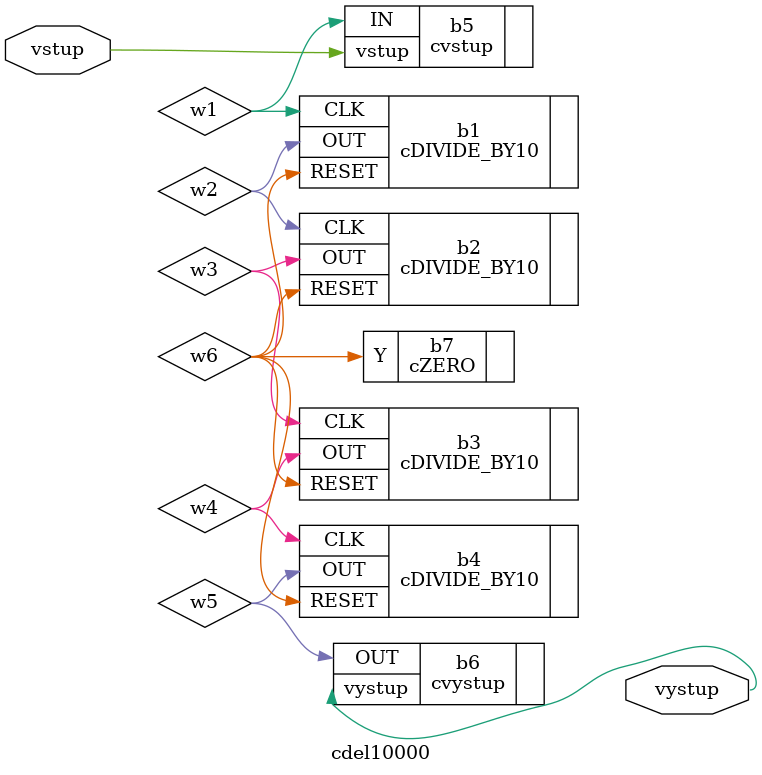
<source format=v>
module cdel10000(input wire vstup,output wire vystup);
//hidden:

wire w1,w6,w2,w3,w4,w5;

cDIVIDE_BY10  b1(.CLK(w1),.RESET(w6),.OUT(w2));
cDIVIDE_BY10  b2(.CLK(w2),.RESET(w6),.OUT(w3));
cDIVIDE_BY10  b3(.CLK(w3),.RESET(w6),.OUT(w4));
cDIVIDE_BY10  b4(.CLK(w4),.RESET(w6),.OUT(w5));
cvstup b5(.vstup(vstup),.IN(w1));
cvystup b6(.OUT(w5),.vystup(vystup));
cZERO b7(.Y(w6));

endmodule


</source>
